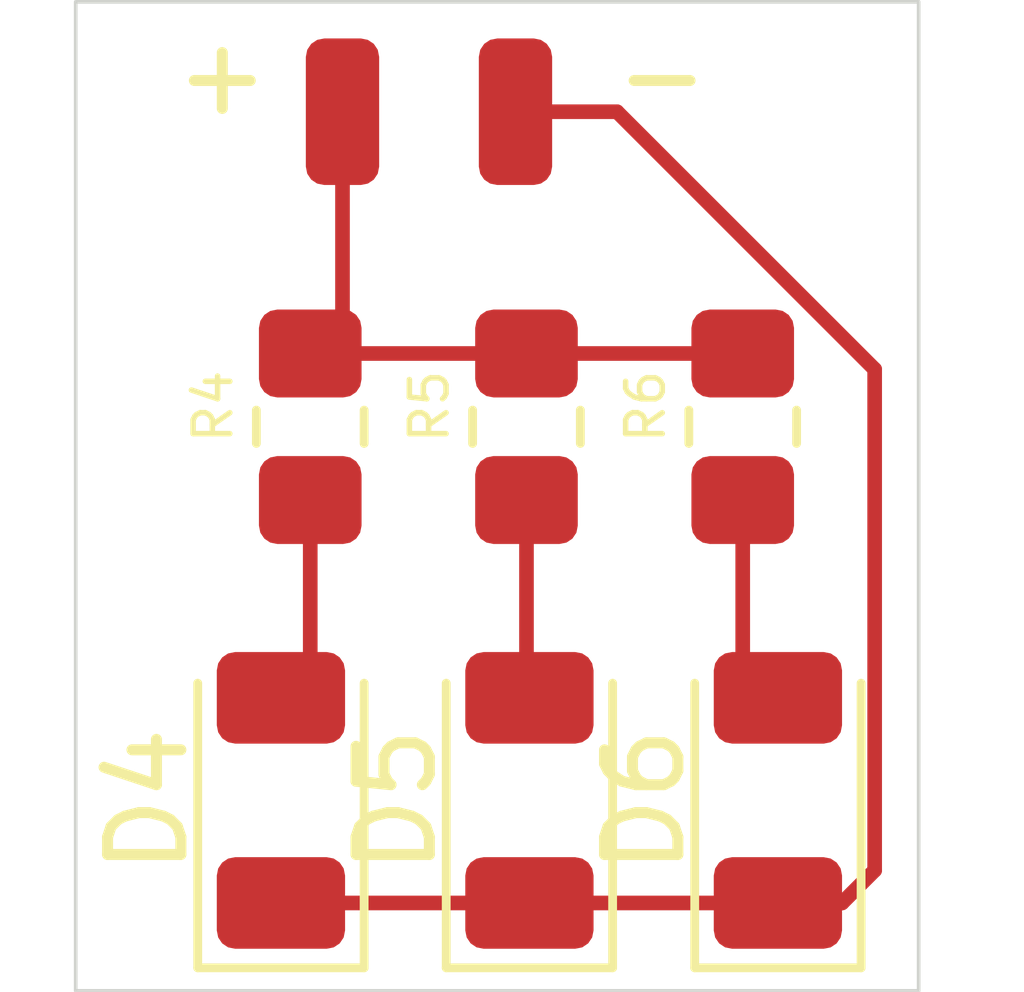
<source format=kicad_pcb>
(kicad_pcb (version 20221018) (generator pcbnew)
  (layers (0 "F.Cu" signal) (31 "B.Cu" signal) (34 "B.Paste" user) (35 "F.Paste" user) (36 "B.SilkS" user "B.Silkscreen") (37 "F.SilkS" user "F.Silkscreen") (38 "B.Mask" user) (39 "F.Mask" user) (44 "Edge.Cuts" user))
  (net 0 "")
  (net 1 "GND")
  (net 2 "Net-(D4-A)")
  (net 3 "Net-(D5-A)")
  (net 4 "Net-(D6-A)")
  (net 5 "VCC")
  (footprint "LED_SMD:LED_1206_3216Metric" (layer "F.Cu") (at 114.08 74.4 90)
    (fp_text reference "D6" (at 0 -1.82 90) (layer "F.SilkS"))
    (fp_text value "LED")
    (fp_line (start -2.285 -1.135) (end -2.285 1.135) (stroke (width 0.12)) (layer "F.SilkS"))
    (fp_line (start -2.285 1.135) (end 1.6 1.135) (stroke (width 0.12)) (layer "F.SilkS"))
    (fp_line (start 1.6 -1.135) (end -2.285 -1.135) (stroke (width 0.12)) (layer "F.SilkS"))
    (pad "1" smd roundrect (at -1.4 0 90) (size 1.25 1.75) (layers "F.Cu" "F.Paste" "F.Mask") (roundrect_rratio 0.2) (net 1 "GND"))
    (pad "2" smd roundrect (at 1.4 0 90) (size 1.25 1.75) (layers "F.Cu" "F.Paste" "F.Mask") (roundrect_rratio 0.2) (net 4 "Net-(D6-A)"))
  )
  (footprint "Connector_Wire:SolderWirePad_1x01_SMD_1x2mm" (layer "F.Cu") (at 110.5 65)
    (fp_text reference "-" (at 2 -0.5) (layer "F.SilkS"))
    (fp_text value "Conn_01x01")
    (pad "1" smd roundrect (at 0 0) (size 1 2) (layers "F.Cu" "F.Paste" "F.Mask") (net 1 "GND"))
  )
  (footprint "LED_SMD:LED_1206_3216Metric" (layer "F.Cu") (at 107.3 74.4 90)
    (fp_text reference "D4" (at 0 -1.82 90) (layer "F.SilkS"))
    (fp_text value "LED")
    (fp_line (start -2.285 -1.135) (end -2.285 1.135) (stroke (width 0.12)) (layer "F.SilkS"))
    (fp_line (start -2.285 1.135) (end 1.6 1.135) (stroke (width 0.12)) (layer "F.SilkS"))
    (fp_line (start 1.6 -1.135) (end -2.285 -1.135) (stroke (width 0.12)) (layer "F.SilkS"))
    (pad "1" smd roundrect (at -1.4 0 90) (size 1.25 1.75) (layers "F.Cu" "F.Paste" "F.Mask") (roundrect_rratio 0.2) (net 1 "GND"))
    (pad "2" smd roundrect (at 1.4 0 90) (size 1.25 1.75) (layers "F.Cu" "F.Paste" "F.Mask") (roundrect_rratio 0.2) (net 2 "Net-(D4-A)"))
  )
  (footprint "custom_kicad_lib_sk:R_0805_handsolder-smalltext" (layer "F.Cu") (at 113.6 69.3 90)
    (fp_text reference "R6" (at 0.275 -1.325 90) (layer "F.SilkS") (effects (font (size 0.5 0.5) (thickness 0.075))))
    (fp_text value "1k5")
    (fp_line (start -0.227064 -0.735) (end 0.227064 -0.735) (stroke (width 0.12)) (layer "F.SilkS"))
    (fp_line (start -0.227064 0.735) (end 0.227064 0.735) (stroke (width 0.12)) (layer "F.SilkS"))
    (pad "1" smd roundrect (at -1 0 90) (size 1.2 1.4) (layers "F.Cu" "F.Paste" "F.Mask") (roundrect_rratio 0.2083333333) (net 4 "Net-(D6-A)"))
    (pad "2" smd roundrect (at 1 0 90) (size 1.2 1.4) (layers "F.Cu" "F.Paste" "F.Mask") (roundrect_rratio 0.2083333333) (net 5 "VCC"))
  )
  (footprint "LED_SMD:LED_1206_3216Metric" (layer "F.Cu") (at 110.69 74.4 90)
    (fp_text reference "D5" (at 0 -1.82 90) (layer "F.SilkS"))
    (fp_text value "LED")
    (fp_line (start -2.285 -1.135) (end -2.285 1.135) (stroke (width 0.12)) (layer "F.SilkS"))
    (fp_line (start -2.285 1.135) (end 1.6 1.135) (stroke (width 0.12)) (layer "F.SilkS"))
    (fp_line (start 1.6 -1.135) (end -2.285 -1.135) (stroke (width 0.12)) (layer "F.SilkS"))
    (pad "1" smd roundrect (at -1.4 0 90) (size 1.25 1.75) (layers "F.Cu" "F.Paste" "F.Mask") (roundrect_rratio 0.2) (net 1 "GND"))
    (pad "2" smd roundrect (at 1.4 0 90) (size 1.25 1.75) (layers "F.Cu" "F.Paste" "F.Mask") (roundrect_rratio 0.2) (net 3 "Net-(D5-A)"))
  )
  (footprint "custom_kicad_lib_sk:R_0805_handsolder-smalltext" (layer "F.Cu") (at 110.65 69.3 90)
    (fp_text reference "R5" (at 0.275 -1.325 90) (layer "F.SilkS") (effects (font (size 0.5 0.5) (thickness 0.075))))
    (fp_text value "1k5")
    (fp_line (start -0.227064 -0.735) (end 0.227064 -0.735) (stroke (width 0.12)) (layer "F.SilkS"))
    (fp_line (start -0.227064 0.735) (end 0.227064 0.735) (stroke (width 0.12)) (layer "F.SilkS"))
    (pad "1" smd roundrect (at -1 0 90) (size 1.2 1.4) (layers "F.Cu" "F.Paste" "F.Mask") (roundrect_rratio 0.2083333333) (net 3 "Net-(D5-A)"))
    (pad "2" smd roundrect (at 1 0 90) (size 1.2 1.4) (layers "F.Cu" "F.Paste" "F.Mask") (roundrect_rratio 0.2083333333) (net 5 "VCC"))
  )
  (footprint "Connector_Wire:SolderWirePad_1x01_SMD_1x2mm" (layer "F.Cu") (at 108.14 65)
    (fp_text reference "+" (at -1.64 -0.5) (layer "F.SilkS"))
    (fp_text value "Conn_01x01")
    (pad "1" smd roundrect (at 0 0) (size 1 2) (layers "F.Cu" "F.Paste" "F.Mask") (net 5 "VCC"))
  )
  (footprint "custom_kicad_lib_sk:R_0805_handsolder-smalltext" (layer "F.Cu") (at 107.7 69.3 90)
    (fp_text reference "R4" (at 0.275 -1.325 90) (layer "F.SilkS") (effects (font (size 0.5 0.5) (thickness 0.075))))
    (fp_text value "1k5")
    (fp_line (start -0.227064 -0.735) (end 0.227064 -0.735) (stroke (width 0.12)) (layer "F.SilkS"))
    (fp_line (start -0.227064 0.735) (end 0.227064 0.735) (stroke (width 0.12)) (layer "F.SilkS"))
    (pad "1" smd roundrect (at -1 0 90) (size 1.2 1.4) (layers "F.Cu" "F.Paste" "F.Mask") (roundrect_rratio 0.2083333333) (net 2 "Net-(D4-A)"))
    (pad "2" smd roundrect (at 1 0 90) (size 1.2 1.4) (layers "F.Cu" "F.Paste" "F.Mask") (roundrect_rratio 0.2083333333) (net 5 "VCC"))
  )
  (gr_rect (start 104.5 63.5) (end 116 77) (stroke (width 0.05)) (fill none) (layer "Edge.Cuts"))
  (segment (start 114.08 75.8) (end 114.955 75.8) (width 0.2) (layer "F.Cu") (net 1))
  (segment (start 114.955 75.8) (end 115.4 75.355) (width 0.2) (layer "F.Cu") (net 1))
  (segment (start 111.884744 65) (end 110.5 65) (width 0.2) (layer "F.Cu") (net 1))
  (segment (start 115.4 75.355) (end 115.4 68.515256) (width 0.2) (layer "F.Cu") (net 1))
  (segment (start 115.4 68.515256) (end 111.884744 65) (width 0.2) (layer "F.Cu") (net 1))
  (segment (start 107.3 75.8) (end 114.08 75.8) (width 0.2) (layer "F.Cu") (net 1))
  (segment (start 107.7 72.6) (end 107.3 73) (width 0.2) (layer "F.Cu") (net 2))
  (segment (start 107.7 70.3) (end 107.7 72.6) (width 0.2) (layer "F.Cu") (net 2))
  (segment (start 110.65 70.3) (end 110.65 72.96) (width 0.2) (layer "F.Cu") (net 3))
  (segment (start 110.65 72.96) (end 110.69 73) (width 0.2) (layer "F.Cu") (net 3))
  (segment (start 113.6 70.3) (end 113.6 72.52) (width 0.2) (layer "F.Cu") (net 4))
  (segment (start 113.6 72.52) (end 114.08 73) (width 0.2) (layer "F.Cu") (net 4))
  (segment (start 108.14 65) (end 108.14 67.86) (width 0.2) (layer "F.Cu") (net 5))
  (segment (start 108.14 67.86) (end 107.7 68.3) (width 0.2) (layer "F.Cu") (net 5))
  (segment (start 107.7 68.3) (end 113.6 68.3) (width 0.2) (layer "F.Cu") (net 5))
)
</source>
